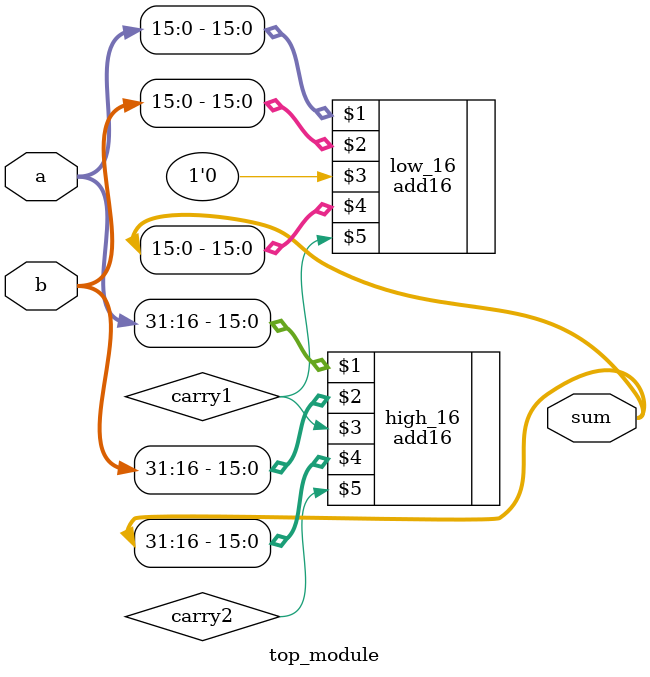
<source format=v>
module top_module(
    input [31:0] a,
    input [31:0] b,
    output [31:0] sum
);
    wire carry1, carry2;
    add16 low_16(a[15:0], b[15:0], 1'b0, sum[15:0], carry1);
    add16 high_16(a[31:16], b[31:16], carry1, sum[31:16], carry2);
endmodule
</source>
